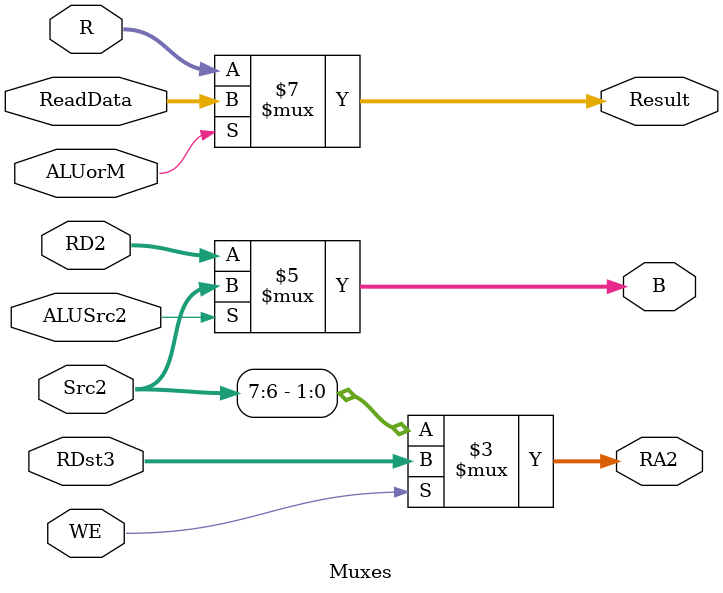
<source format=sv>
module Muxes #(
    //Array size, number of bits
    parameter N = 8
) (
    //Ports definition
    input logic signed [N-1:0] Src2, //Signals for Mux1, Mux2
    input logic unsigned [1:0] RDst3, //Signal for Mux1
    input logic signed [N-1:0] RD2, //Signal for Mux2
    input logic signed [N-1:0] R, //Signal for Mux3
    input logic signed [N-1:0] ReadData, //Signal for Mux3
    
    output logic unsigned [1:0] RA2, //Output signal for Mux1
    output logic signed [N-1:0] B, //Output signal for Mux2
    output logic signed [N-1:0] Result, //Output signal for Mux3
    
    input logic unsigned WE, //Mux1 control
    input logic unsigned ALUSrc2, //Mux2 control
    input logic unsigned ALUorM //Mux3 control
);

    always_comb begin

        RA2 = (WE == 0) ? Src2[N-1:N-2] : RDst3;
        B = (ALUSrc2 == 0) ? RD2 : Src2;
        Result = (ALUorM == 0) ? R : ReadData;
    
    end
endmodule
</source>
